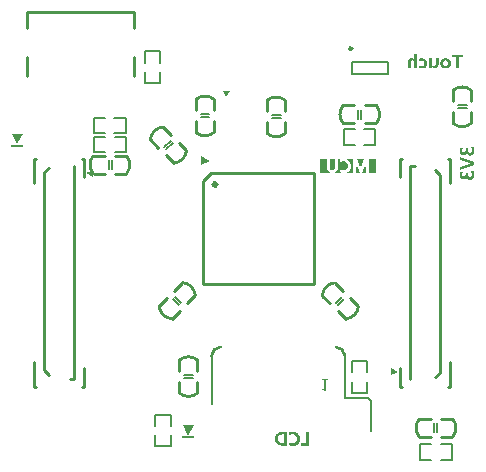
<source format=gbo>
G04*
G04 #@! TF.GenerationSoftware,Altium Limited,Altium Designer,22.0.2 (36)*
G04*
G04 Layer_Color=32896*
%FSLAX25Y25*%
%MOIN*%
G70*
G04*
G04 #@! TF.SameCoordinates,A8AB103B-E7CB-45E0-896D-D1B8D88E5F6C*
G04*
G04*
G04 #@! TF.FilePolarity,Positive*
G04*
G01*
G75*
%ADD10C,0.01000*%
%ADD13C,0.00500*%
%ADD14C,0.00787*%
%ADD16C,0.00800*%
%ADD76C,0.00984*%
%ADD77C,0.01575*%
%ADD78R,0.03937X0.00787*%
G36*
X381469Y266882D02*
X377532D01*
X379500Y263339D01*
X381469Y266882D01*
D02*
G37*
G36*
X324468Y364055D02*
X320532D01*
X322500Y360512D01*
X324468Y364055D01*
D02*
G37*
G36*
X347760Y352036D02*
X347760Y349674D01*
X345398Y350855D01*
X347760Y352036D01*
D02*
G37*
G36*
X446972Y283531D02*
Y285893D01*
X449334Y284712D01*
X446972Y283531D01*
D02*
G37*
G36*
X386552Y355086D02*
X383796Y353708D01*
Y356464D01*
X386552Y355086D01*
D02*
G37*
G36*
X393245Y378273D02*
X390883Y378273D01*
X392064Y376304D01*
X393245Y378273D01*
D02*
G37*
G36*
X441900Y351000D02*
X433634D01*
D01*
X431429D01*
X431481Y351007D01*
X431555D01*
X431644Y351022D01*
X431747Y351030D01*
X431858Y351052D01*
X431977Y351074D01*
X432110Y351111D01*
X432243Y351148D01*
X432376Y351200D01*
X432517Y351259D01*
X432650Y351333D01*
X432783Y351414D01*
X432909Y351503D01*
X433027Y351614D01*
X433035Y351622D01*
X433050Y351644D01*
X433087Y351681D01*
X433124Y351725D01*
X433168Y351792D01*
X433220Y351866D01*
X433272Y351947D01*
X433331Y352051D01*
X433390Y352162D01*
X433442Y352288D01*
X433494Y352421D01*
X433538Y352569D01*
X433575Y352724D01*
X433605Y352894D01*
X433627Y353072D01*
X433634Y353257D01*
Y352769D01*
Y353309D01*
X433627Y353361D01*
Y353435D01*
X433612Y353531D01*
X433597Y353634D01*
X433575Y353760D01*
X433545Y353886D01*
X433516Y354027D01*
X433471Y354167D01*
X433412Y354315D01*
X433346Y354463D01*
X433272Y354611D01*
X433175Y354759D01*
X433072Y354900D01*
X432953Y355033D01*
X432946Y355040D01*
X432924Y355063D01*
X432887Y355100D01*
X432828Y355144D01*
X432761Y355196D01*
X432680Y355255D01*
X432583Y355314D01*
X432480Y355381D01*
X432361Y355447D01*
X432228Y355507D01*
X432080Y355566D01*
X431925Y355618D01*
X431762Y355662D01*
X431584Y355699D01*
X431399Y355721D01*
X431200Y355729D01*
X433634D01*
X430082D01*
X431089D01*
X431029Y355721D01*
X430963D01*
X430889Y355714D01*
X430807Y355706D01*
X430637Y355684D01*
X430445Y355655D01*
X430260Y355610D01*
X430082Y355551D01*
Y354611D01*
X430090D01*
X430104Y354626D01*
X430127Y354633D01*
X430164Y354656D01*
X430208Y354670D01*
X430260Y354693D01*
X430319Y354722D01*
X430386Y354744D01*
X430541Y354796D01*
X430719Y354833D01*
X430918Y354863D01*
X431133Y354878D01*
X431200D01*
X431244Y354870D01*
X431303Y354863D01*
X431370Y354855D01*
X431444Y354841D01*
X431518Y354826D01*
X431688Y354774D01*
X431777Y354737D01*
X431873Y354700D01*
X431962Y354648D01*
X432043Y354589D01*
X432125Y354522D01*
X432206Y354448D01*
X432213Y354441D01*
X432221Y354426D01*
X432243Y354404D01*
X432265Y354374D01*
X432295Y354330D01*
X432332Y354278D01*
X432369Y354219D01*
X432406Y354152D01*
X432443Y354071D01*
X432480Y353990D01*
X432509Y353901D01*
X432546Y353797D01*
X432591Y353583D01*
X432598Y353457D01*
X432606Y353331D01*
Y353324D01*
Y353301D01*
Y353264D01*
X432598Y353220D01*
X432591Y353161D01*
X432583Y353094D01*
X432576Y353020D01*
X432561Y352946D01*
X432517Y352769D01*
X432443Y352591D01*
X432406Y352495D01*
X432354Y352406D01*
X432295Y352325D01*
X432228Y352243D01*
X432221Y352236D01*
X432213Y352228D01*
X432191Y352206D01*
X432154Y352177D01*
X432117Y352147D01*
X432073Y352117D01*
X432014Y352080D01*
X431954Y352043D01*
X431880Y351999D01*
X431806Y351962D01*
X431629Y351903D01*
X431422Y351851D01*
X431311Y351844D01*
X431192Y351836D01*
X431133D01*
X431089Y351844D01*
X431037D01*
X430970Y351851D01*
X430904Y351858D01*
X430822Y351873D01*
X430652Y351910D01*
X430467Y351962D01*
X430275Y352036D01*
X430082Y352132D01*
Y354167D01*
Y351237D01*
X430090D01*
X430104Y351229D01*
X430134Y351215D01*
X430171Y351200D01*
X430223Y351185D01*
X430282Y351163D01*
X430349Y351141D01*
X430430Y351118D01*
X430519Y351096D01*
X430615Y351074D01*
X430726Y351052D01*
X430837Y351037D01*
X430963Y351022D01*
X431096Y351007D01*
X431237Y351000D01*
X430082D01*
D01*
X429313D01*
D01*
X427522D01*
X427559Y351007D01*
X427596D01*
X427648Y351015D01*
X427766Y351030D01*
X427899Y351059D01*
X428055Y351104D01*
X428225Y351163D01*
X428395Y351252D01*
X428565Y351355D01*
X428728Y351481D01*
X428809Y351562D01*
X428883Y351644D01*
X428957Y351740D01*
X429024Y351836D01*
X429091Y351947D01*
X429142Y352066D01*
X429194Y352191D01*
X429231Y352332D01*
X429268Y352480D01*
X429290Y352635D01*
X429305Y352806D01*
X429313Y352983D01*
Y355647D01*
X425576D01*
Y351000D01*
X423289D01*
Y355729D01*
X441900D01*
Y351000D01*
D02*
G37*
G36*
X428336Y352983D02*
Y352968D01*
Y352931D01*
X428328Y352880D01*
X428321Y352806D01*
X428306Y352717D01*
X428291Y352621D01*
X428262Y352517D01*
X428225Y352413D01*
X428173Y352302D01*
X428114Y352199D01*
X428040Y352103D01*
X427951Y352014D01*
X427855Y351940D01*
X427729Y351888D01*
X427588Y351851D01*
X427433Y351836D01*
X427396D01*
X427352Y351844D01*
X427292Y351851D01*
X427226Y351873D01*
X427152Y351895D01*
X427078Y351932D01*
X426989Y351977D01*
X426908Y352036D01*
X426834Y352103D01*
X426760Y352191D01*
X426693Y352302D01*
X426634Y352428D01*
X426589Y352576D01*
X426560Y352746D01*
X426552Y352939D01*
Y355647D01*
X428336D01*
Y352983D01*
D02*
G37*
G36*
X425583Y352909D02*
X425590Y352857D01*
X425598Y352791D01*
X425605Y352724D01*
X425635Y352569D01*
X425679Y352399D01*
X425731Y352214D01*
X425812Y352021D01*
X425916Y351829D01*
X426042Y351644D01*
X426116Y351555D01*
X426190Y351474D01*
X426279Y351392D01*
X426375Y351318D01*
X426486Y351252D01*
X426597Y351192D01*
X426715Y351133D01*
X426848Y351089D01*
X426989Y351052D01*
X427144Y351022D01*
X427307Y351007D01*
X427477Y351000D01*
X425576D01*
Y352954D01*
X425583Y352909D01*
D02*
G37*
G36*
X414446Y264721D02*
X414631Y264699D01*
X414809Y264662D01*
X414971Y264618D01*
X415127Y264566D01*
X415275Y264507D01*
X415408Y264447D01*
X415526Y264381D01*
X415630Y264314D01*
X415726Y264255D01*
X415808Y264196D01*
X415874Y264144D01*
X415933Y264100D01*
X415970Y264063D01*
X415993Y264040D01*
X416000Y264033D01*
X416118Y263900D01*
X416222Y263759D01*
X416318Y263611D01*
X416392Y263463D01*
X416459Y263315D01*
X416518Y263167D01*
X416562Y263027D01*
X416592Y262886D01*
X416622Y262760D01*
X416644Y262634D01*
X416659Y262531D01*
X416673Y262435D01*
Y262361D01*
X416681Y262309D01*
Y262272D01*
Y262257D01*
X416673Y262072D01*
X416651Y261894D01*
X416622Y261724D01*
X416585Y261569D01*
X416540Y261421D01*
X416488Y261288D01*
X416437Y261162D01*
X416377Y261051D01*
X416318Y260947D01*
X416266Y260866D01*
X416215Y260792D01*
X416170Y260725D01*
X416133Y260681D01*
X416096Y260644D01*
X416081Y260622D01*
X416074Y260614D01*
X415956Y260503D01*
X415830Y260414D01*
X415697Y260333D01*
X415563Y260259D01*
X415423Y260200D01*
X415290Y260148D01*
X415156Y260111D01*
X415023Y260074D01*
X414905Y260052D01*
X414794Y260030D01*
X414690Y260022D01*
X414601Y260007D01*
X414527D01*
X414476Y260000D01*
X414283D01*
X414143Y260007D01*
X414009Y260022D01*
X413884Y260037D01*
X413773Y260052D01*
X413662Y260074D01*
X413565Y260096D01*
X413477Y260118D01*
X413395Y260141D01*
X413329Y260163D01*
X413269Y260185D01*
X413218Y260200D01*
X413181Y260215D01*
X413151Y260229D01*
X413136Y260237D01*
X413129D01*
Y261132D01*
X413321Y261036D01*
X413514Y260962D01*
X413699Y260910D01*
X413869Y260873D01*
X413950Y260858D01*
X414017Y260851D01*
X414083Y260844D01*
X414135D01*
X414180Y260836D01*
X414239D01*
X414357Y260844D01*
X414468Y260851D01*
X414675Y260903D01*
X414853Y260962D01*
X414927Y260999D01*
X415001Y261043D01*
X415060Y261080D01*
X415119Y261117D01*
X415164Y261147D01*
X415201Y261177D01*
X415238Y261206D01*
X415260Y261228D01*
X415267Y261236D01*
X415275Y261243D01*
X415341Y261325D01*
X415401Y261406D01*
X415452Y261495D01*
X415489Y261591D01*
X415563Y261769D01*
X415608Y261946D01*
X415623Y262020D01*
X415630Y262094D01*
X415637Y262161D01*
X415645Y262220D01*
X415652Y262264D01*
Y262301D01*
Y262324D01*
Y262331D01*
X415645Y262457D01*
X415637Y262583D01*
X415593Y262797D01*
X415556Y262901D01*
X415526Y262990D01*
X415489Y263071D01*
X415452Y263152D01*
X415415Y263219D01*
X415378Y263278D01*
X415341Y263330D01*
X415312Y263374D01*
X415290Y263404D01*
X415267Y263426D01*
X415260Y263441D01*
X415253Y263448D01*
X415171Y263522D01*
X415090Y263589D01*
X415008Y263648D01*
X414920Y263700D01*
X414823Y263737D01*
X414735Y263774D01*
X414564Y263826D01*
X414490Y263841D01*
X414416Y263855D01*
X414350Y263863D01*
X414291Y263870D01*
X414246Y263878D01*
X414180D01*
X413965Y263863D01*
X413765Y263833D01*
X413588Y263796D01*
X413432Y263744D01*
X413366Y263722D01*
X413306Y263693D01*
X413255Y263670D01*
X413210Y263656D01*
X413173Y263633D01*
X413151Y263626D01*
X413136Y263611D01*
X413129D01*
Y264551D01*
X413306Y264610D01*
X413491Y264655D01*
X413684Y264684D01*
X413854Y264706D01*
X413935Y264714D01*
X414009Y264721D01*
X414076D01*
X414135Y264729D01*
X414246D01*
X414446Y264721D01*
D02*
G37*
G36*
X419700Y260074D02*
X417014D01*
Y260866D01*
X418723D01*
Y264647D01*
X419700D01*
Y260074D01*
D02*
G37*
G36*
X412315D02*
X410739D01*
X410539Y260081D01*
X410354Y260104D01*
X410176Y260133D01*
X410006Y260170D01*
X409851Y260222D01*
X409710Y260274D01*
X409577Y260333D01*
X409451Y260392D01*
X409347Y260451D01*
X409251Y260511D01*
X409170Y260562D01*
X409103Y260614D01*
X409044Y260651D01*
X409007Y260681D01*
X408985Y260703D01*
X408977Y260710D01*
X408859Y260836D01*
X408755Y260969D01*
X408659Y261110D01*
X408585Y261251D01*
X408519Y261391D01*
X408459Y261532D01*
X408415Y261672D01*
X408378Y261806D01*
X408356Y261931D01*
X408334Y262050D01*
X408319Y262153D01*
X408304Y262242D01*
Y262316D01*
X408297Y262375D01*
Y262405D01*
Y262420D01*
X408304Y262620D01*
X408326Y262812D01*
X408356Y262990D01*
X408400Y263152D01*
X408459Y263308D01*
X408519Y263456D01*
X408593Y263589D01*
X408674Y263707D01*
X408763Y263818D01*
X408859Y263922D01*
X408963Y264018D01*
X409066Y264107D01*
X409177Y264181D01*
X409288Y264248D01*
X409510Y264366D01*
X409740Y264462D01*
X409962Y264529D01*
X410169Y264581D01*
X410354Y264610D01*
X410435Y264625D01*
X410509Y264632D01*
X410568Y264640D01*
X410628D01*
X410672Y264647D01*
X412315D01*
Y260074D01*
D02*
G37*
G36*
X474584Y359456D02*
X474636Y359271D01*
X474681Y359078D01*
X474703Y358901D01*
X474710Y358812D01*
X474718Y358738D01*
X474725Y358671D01*
Y358612D01*
X474732Y358560D01*
Y358494D01*
X474725Y358346D01*
X474718Y358213D01*
X474695Y358079D01*
X474673Y357961D01*
X474651Y357843D01*
X474614Y357739D01*
X474584Y357643D01*
X474547Y357554D01*
X474518Y357480D01*
X474481Y357413D01*
X474451Y357354D01*
X474429Y357310D01*
X474399Y357273D01*
X474384Y357243D01*
X474377Y357228D01*
X474370Y357221D01*
X474296Y357140D01*
X474222Y357066D01*
X474140Y356999D01*
X474059Y356940D01*
X473970Y356895D01*
X473889Y356858D01*
X473726Y356799D01*
X473578Y356762D01*
X473519Y356755D01*
X473459Y356747D01*
X473415Y356740D01*
X473385D01*
X473363D01*
X473356D01*
X473201Y356755D01*
X473060Y356784D01*
X472934Y356829D01*
X472830Y356881D01*
X472749Y356940D01*
X472683Y356984D01*
X472646Y357014D01*
X472631Y357029D01*
X472527Y357147D01*
X472453Y357273D01*
X472394Y357399D01*
X472342Y357517D01*
X472312Y357628D01*
X472298Y357709D01*
X472290Y357746D01*
X472283Y357769D01*
Y357791D01*
X472268D01*
X472216Y357628D01*
X472150Y357487D01*
X472076Y357369D01*
X471994Y357265D01*
X471906Y357177D01*
X471809Y357103D01*
X471713Y357043D01*
X471617Y356992D01*
X471521Y356955D01*
X471432Y356925D01*
X471350Y356910D01*
X471284Y356895D01*
X471217Y356888D01*
X471173Y356881D01*
X471143D01*
X471136D01*
X471040Y356888D01*
X470943Y356895D01*
X470781Y356947D01*
X470640Y357006D01*
X470522Y357080D01*
X470426Y357162D01*
X470359Y357221D01*
X470322Y357273D01*
X470307Y357280D01*
Y357288D01*
X470203Y357450D01*
X470129Y357628D01*
X470078Y357798D01*
X470041Y357968D01*
X470018Y358116D01*
X470011Y358183D01*
Y358235D01*
X470004Y358279D01*
Y358346D01*
X470011Y358575D01*
X470041Y358790D01*
X470085Y358975D01*
X470107Y359064D01*
X470129Y359138D01*
X470152Y359212D01*
X470174Y359271D01*
X470196Y359330D01*
X470218Y359374D01*
X470233Y359404D01*
X470248Y359434D01*
X470255Y359448D01*
Y359456D01*
X471040D01*
X470936Y359293D01*
X470862Y359138D01*
X470810Y358982D01*
X470773Y358849D01*
X470751Y358731D01*
X470744Y358679D01*
Y358642D01*
X470736Y358605D01*
Y358560D01*
X470744Y358435D01*
X470758Y358331D01*
X470788Y358235D01*
X470825Y358153D01*
X470877Y358087D01*
X470921Y358028D01*
X470981Y357983D01*
X471032Y357946D01*
X471084Y357917D01*
X471143Y357894D01*
X471232Y357865D01*
X471277D01*
X471306Y357857D01*
X471321D01*
X471328D01*
X471439Y357865D01*
X471528Y357894D01*
X471609Y357939D01*
X471684Y357998D01*
X471743Y358072D01*
X471795Y358146D01*
X471832Y358227D01*
X471869Y358316D01*
X471913Y358486D01*
X471920Y358560D01*
X471935Y358634D01*
Y358694D01*
X471943Y358738D01*
Y359152D01*
X472683D01*
Y358745D01*
X472690Y358575D01*
X472712Y358420D01*
X472734Y358294D01*
X472764Y358183D01*
X472801Y358102D01*
X472823Y358042D01*
X472845Y358005D01*
X472853Y357991D01*
X472919Y357902D01*
X473001Y357835D01*
X473082Y357783D01*
X473164Y357754D01*
X473238Y357732D01*
X473297Y357724D01*
X473334Y357717D01*
X473341D01*
X473349D01*
X473459Y357724D01*
X473556Y357754D01*
X473644Y357791D01*
X473711Y357828D01*
X473763Y357872D01*
X473807Y357909D01*
X473830Y357939D01*
X473837Y357946D01*
X473896Y358035D01*
X473933Y358139D01*
X473963Y358235D01*
X473985Y358338D01*
X474000Y358427D01*
X474007Y358494D01*
Y358560D01*
X474000Y358671D01*
X473992Y358782D01*
X473955Y358982D01*
X473896Y359167D01*
X473837Y359323D01*
X473807Y359389D01*
X473778Y359448D01*
X473748Y359500D01*
X473719Y359545D01*
X473696Y359582D01*
X473681Y359604D01*
X473667Y359619D01*
Y359626D01*
X474510D01*
X474584Y359456D01*
D02*
G37*
G36*
X474658Y354764D02*
Y353662D01*
X470085Y352071D01*
Y353092D01*
X473312Y354083D01*
X473489Y354128D01*
X473563Y354143D01*
X473630Y354157D01*
X473689Y354165D01*
X473733Y354172D01*
X473763Y354180D01*
X473770D01*
Y354202D01*
X473615Y354224D01*
X473533Y354239D01*
X473467Y354254D01*
X473408Y354268D01*
X473363Y354276D01*
X473326Y354291D01*
X473319D01*
X470085Y355282D01*
Y356333D01*
X474658Y354764D01*
D02*
G37*
G36*
X474584Y351397D02*
X474636Y351212D01*
X474681Y351020D01*
X474703Y350842D01*
X474710Y350753D01*
X474718Y350679D01*
X474725Y350613D01*
Y350554D01*
X474732Y350502D01*
Y350435D01*
X474725Y350287D01*
X474718Y350154D01*
X474695Y350021D01*
X474673Y349902D01*
X474651Y349784D01*
X474614Y349680D01*
X474584Y349584D01*
X474547Y349495D01*
X474518Y349421D01*
X474481Y349355D01*
X474451Y349296D01*
X474429Y349251D01*
X474399Y349214D01*
X474384Y349185D01*
X474377Y349170D01*
X474370Y349162D01*
X474296Y349081D01*
X474222Y349007D01*
X474140Y348940D01*
X474059Y348881D01*
X473970Y348837D01*
X473889Y348800D01*
X473726Y348741D01*
X473578Y348704D01*
X473519Y348696D01*
X473459Y348689D01*
X473415Y348681D01*
X473385D01*
X473363D01*
X473356D01*
X473201Y348696D01*
X473060Y348726D01*
X472934Y348770D01*
X472830Y348822D01*
X472749Y348881D01*
X472683Y348926D01*
X472646Y348955D01*
X472631Y348970D01*
X472527Y349088D01*
X472453Y349214D01*
X472394Y349340D01*
X472342Y349458D01*
X472312Y349569D01*
X472298Y349651D01*
X472290Y349688D01*
X472283Y349710D01*
Y349732D01*
X472268D01*
X472216Y349569D01*
X472150Y349429D01*
X472076Y349310D01*
X471994Y349207D01*
X471906Y349118D01*
X471809Y349044D01*
X471713Y348985D01*
X471617Y348933D01*
X471521Y348896D01*
X471432Y348866D01*
X471350Y348852D01*
X471284Y348837D01*
X471217Y348829D01*
X471173Y348822D01*
X471143D01*
X471136D01*
X471040Y348829D01*
X470943Y348837D01*
X470781Y348889D01*
X470640Y348948D01*
X470522Y349022D01*
X470426Y349103D01*
X470359Y349162D01*
X470322Y349214D01*
X470307Y349222D01*
Y349229D01*
X470203Y349392D01*
X470129Y349569D01*
X470078Y349740D01*
X470041Y349910D01*
X470018Y350058D01*
X470011Y350124D01*
Y350176D01*
X470004Y350221D01*
Y350287D01*
X470011Y350517D01*
X470041Y350731D01*
X470085Y350916D01*
X470107Y351005D01*
X470129Y351079D01*
X470152Y351153D01*
X470174Y351212D01*
X470196Y351271D01*
X470218Y351316D01*
X470233Y351345D01*
X470248Y351375D01*
X470255Y351390D01*
Y351397D01*
X471040D01*
X470936Y351234D01*
X470862Y351079D01*
X470810Y350924D01*
X470773Y350790D01*
X470751Y350672D01*
X470744Y350620D01*
Y350583D01*
X470736Y350546D01*
Y350502D01*
X470744Y350376D01*
X470758Y350272D01*
X470788Y350176D01*
X470825Y350095D01*
X470877Y350028D01*
X470921Y349969D01*
X470981Y349925D01*
X471032Y349888D01*
X471084Y349858D01*
X471143Y349836D01*
X471232Y349806D01*
X471277D01*
X471306Y349799D01*
X471321D01*
X471328D01*
X471439Y349806D01*
X471528Y349836D01*
X471609Y349880D01*
X471684Y349939D01*
X471743Y350013D01*
X471795Y350087D01*
X471832Y350169D01*
X471869Y350258D01*
X471913Y350428D01*
X471920Y350502D01*
X471935Y350576D01*
Y350635D01*
X471943Y350679D01*
Y351094D01*
X472683D01*
Y350687D01*
X472690Y350517D01*
X472712Y350361D01*
X472734Y350235D01*
X472764Y350124D01*
X472801Y350043D01*
X472823Y349984D01*
X472845Y349947D01*
X472853Y349932D01*
X472919Y349843D01*
X473001Y349777D01*
X473082Y349725D01*
X473164Y349695D01*
X473238Y349673D01*
X473297Y349666D01*
X473334Y349658D01*
X473341D01*
X473349D01*
X473459Y349666D01*
X473556Y349695D01*
X473644Y349732D01*
X473711Y349769D01*
X473763Y349814D01*
X473807Y349851D01*
X473830Y349880D01*
X473837Y349888D01*
X473896Y349976D01*
X473933Y350080D01*
X473963Y350176D01*
X473985Y350280D01*
X474000Y350369D01*
X474007Y350435D01*
Y350502D01*
X474000Y350613D01*
X473992Y350724D01*
X473955Y350924D01*
X473896Y351109D01*
X473837Y351264D01*
X473807Y351331D01*
X473778Y351390D01*
X473748Y351442D01*
X473719Y351486D01*
X473696Y351523D01*
X473681Y351545D01*
X473667Y351560D01*
Y351567D01*
X474510D01*
X474584Y351397D01*
D02*
G37*
G36*
X455745Y385874D02*
X454790D01*
Y387731D01*
X454783Y387850D01*
X454761Y387953D01*
X454731Y388050D01*
X454701Y388124D01*
X454672Y388190D01*
X454642Y388235D01*
X454620Y388264D01*
X454613Y388272D01*
X454539Y388346D01*
X454465Y388397D01*
X454383Y388434D01*
X454317Y388457D01*
X454250Y388479D01*
X454198Y388486D01*
X454154D01*
X454058Y388479D01*
X453976Y388457D01*
X453902Y388420D01*
X453836Y388368D01*
X453784Y388309D01*
X453739Y388249D01*
X453702Y388183D01*
X453673Y388109D01*
X453636Y387968D01*
X453621Y387909D01*
X453614Y387850D01*
X453606Y387798D01*
Y387761D01*
Y387739D01*
Y387731D01*
Y385874D01*
X452652D01*
Y387879D01*
Y387998D01*
X452666Y388116D01*
X452696Y388323D01*
X452755Y388501D01*
X452829Y388656D01*
X452911Y388782D01*
X453007Y388893D01*
X453103Y388982D01*
X453207Y389049D01*
X453318Y389108D01*
X453414Y389145D01*
X453510Y389182D01*
X453591Y389197D01*
X453665Y389211D01*
X453717Y389219D01*
X453769D01*
X453887Y389211D01*
X453991Y389197D01*
X454095Y389167D01*
X454191Y389130D01*
X454361Y389041D01*
X454509Y388938D01*
X454568Y388878D01*
X454620Y388827D01*
X454672Y388782D01*
X454709Y388738D01*
X454738Y388701D01*
X454761Y388671D01*
X454768Y388656D01*
X454775Y388649D01*
X454790D01*
Y390706D01*
X455745D01*
Y385874D01*
D02*
G37*
G36*
X462849Y387169D02*
Y387043D01*
X462834Y386925D01*
X462819Y386821D01*
X462797Y386718D01*
X462745Y386533D01*
X462671Y386377D01*
X462582Y386244D01*
X462486Y386133D01*
X462383Y386044D01*
X462272Y385970D01*
X462168Y385918D01*
X462064Y385874D01*
X461968Y385844D01*
X461879Y385822D01*
X461805Y385807D01*
X461754Y385800D01*
X461702D01*
X461583Y385807D01*
X461480Y385822D01*
X461376Y385852D01*
X461280Y385889D01*
X461110Y385978D01*
X460969Y386089D01*
X460903Y386140D01*
X460851Y386192D01*
X460806Y386237D01*
X460769Y386281D01*
X460740Y386318D01*
X460718Y386348D01*
X460710Y386362D01*
X460703Y386370D01*
X460688D01*
Y385874D01*
X459741D01*
Y389137D01*
X460688D01*
Y387265D01*
X460695Y387147D01*
X460718Y387036D01*
X460740Y386947D01*
X460769Y386866D01*
X460806Y386806D01*
X460829Y386762D01*
X460851Y386732D01*
X460858Y386725D01*
X460925Y386658D01*
X460999Y386607D01*
X461080Y386577D01*
X461154Y386547D01*
X461213Y386533D01*
X461273Y386525D01*
X461317D01*
X461421Y386533D01*
X461509Y386555D01*
X461583Y386592D01*
X461650Y386644D01*
X461709Y386695D01*
X461754Y386755D01*
X461791Y386821D01*
X461820Y386895D01*
X461865Y387028D01*
X461879Y387088D01*
X461887Y387147D01*
Y387191D01*
X461894Y387228D01*
Y387250D01*
Y387258D01*
Y389137D01*
X462849D01*
Y387169D01*
D02*
G37*
G36*
X457395Y389211D02*
X457543Y389197D01*
X457676Y389174D01*
X457802Y389145D01*
X457920Y389108D01*
X458031Y389063D01*
X458128Y389026D01*
X458216Y388982D01*
X458298Y388930D01*
X458372Y388893D01*
X458431Y388849D01*
X458483Y388812D01*
X458520Y388782D01*
X458549Y388760D01*
X458564Y388745D01*
X458572Y388738D01*
X458660Y388642D01*
X458734Y388545D01*
X458801Y388442D01*
X458860Y388331D01*
X458905Y388220D01*
X458949Y388109D01*
X459008Y387902D01*
X459023Y387805D01*
X459038Y387717D01*
X459053Y387635D01*
X459060Y387569D01*
X459067Y387509D01*
Y387465D01*
Y387435D01*
Y387428D01*
X459060Y387295D01*
X459045Y387169D01*
X459023Y387051D01*
X458993Y386940D01*
X458964Y386836D01*
X458919Y386740D01*
X458882Y386651D01*
X458838Y386570D01*
X458794Y386496D01*
X458757Y386436D01*
X458712Y386377D01*
X458683Y386333D01*
X458653Y386296D01*
X458631Y386274D01*
X458616Y386259D01*
X458609Y386251D01*
X458520Y386170D01*
X458424Y386103D01*
X458327Y386044D01*
X458224Y385992D01*
X458120Y385948D01*
X458024Y385911D01*
X457832Y385859D01*
X457743Y385837D01*
X457661Y385822D01*
X457587Y385815D01*
X457521Y385807D01*
X457469Y385800D01*
X457395D01*
X457173Y385807D01*
X456981Y385830D01*
X456810Y385859D01*
X456677Y385896D01*
X456618Y385911D01*
X456566Y385933D01*
X456522Y385948D01*
X456485Y385963D01*
X456463Y385978D01*
X456440Y385985D01*
X456433Y385992D01*
X456426D01*
Y386769D01*
X456559Y386688D01*
X456692Y386629D01*
X456818Y386584D01*
X456929Y386555D01*
X457025Y386540D01*
X457099Y386533D01*
X457129Y386525D01*
X457166D01*
X457321Y386540D01*
X457454Y386570D01*
X457573Y386607D01*
X457676Y386658D01*
X457750Y386703D01*
X457809Y386747D01*
X457839Y386777D01*
X457854Y386784D01*
X457935Y386888D01*
X458002Y387006D01*
X458046Y387117D01*
X458076Y387236D01*
X458091Y387332D01*
X458098Y387413D01*
X458105Y387443D01*
Y387465D01*
Y387480D01*
Y387487D01*
X458091Y387650D01*
X458061Y387798D01*
X458024Y387924D01*
X457972Y388027D01*
X457920Y388109D01*
X457883Y388168D01*
X457854Y388205D01*
X457839Y388220D01*
X457735Y388309D01*
X457617Y388375D01*
X457499Y388420D01*
X457388Y388457D01*
X457291Y388471D01*
X457210Y388479D01*
X457180Y388486D01*
X457136D01*
X456995Y388479D01*
X456862Y388449D01*
X456736Y388412D01*
X456633Y388368D01*
X456544Y388323D01*
X456477Y388286D01*
X456433Y388257D01*
X456418Y388249D01*
Y389063D01*
X456529Y389115D01*
X456662Y389152D01*
X456803Y389182D01*
X456936Y389197D01*
X457055Y389211D01*
X457106D01*
X457158Y389219D01*
X457247D01*
X457395Y389211D01*
D02*
G37*
G36*
X470900Y389648D02*
X469598D01*
Y385874D01*
X468621D01*
Y389648D01*
X467311D01*
Y390447D01*
X470900D01*
Y389648D01*
D02*
G37*
G36*
X465335Y389211D02*
X465476Y389197D01*
X465609Y389174D01*
X465735Y389145D01*
X465853Y389108D01*
X465957Y389071D01*
X466060Y389026D01*
X466149Y388989D01*
X466223Y388945D01*
X466297Y388901D01*
X466356Y388864D01*
X466401Y388827D01*
X466438Y388797D01*
X466467Y388775D01*
X466482Y388760D01*
X466490Y388753D01*
X466571Y388664D01*
X466645Y388568D01*
X466712Y388464D01*
X466771Y388360D01*
X466815Y388257D01*
X466852Y388153D01*
X466911Y387946D01*
X466934Y387857D01*
X466948Y387768D01*
X466956Y387687D01*
X466963Y387620D01*
X466971Y387561D01*
Y387524D01*
Y387495D01*
Y387487D01*
X466963Y387347D01*
X466948Y387206D01*
X466926Y387080D01*
X466897Y386962D01*
X466860Y386851D01*
X466823Y386755D01*
X466778Y386658D01*
X466734Y386577D01*
X466697Y386503D01*
X466652Y386436D01*
X466615Y386377D01*
X466578Y386333D01*
X466549Y386296D01*
X466527Y386274D01*
X466512Y386259D01*
X466504Y386251D01*
X466416Y386170D01*
X466319Y386103D01*
X466216Y386044D01*
X466112Y385992D01*
X466001Y385948D01*
X465898Y385911D01*
X465698Y385859D01*
X465602Y385837D01*
X465513Y385822D01*
X465439Y385815D01*
X465372Y385807D01*
X465313Y385800D01*
X465239D01*
X465091Y385807D01*
X464950Y385822D01*
X464817Y385844D01*
X464691Y385874D01*
X464580Y385911D01*
X464477Y385948D01*
X464381Y385992D01*
X464292Y386037D01*
X464210Y386074D01*
X464144Y386118D01*
X464085Y386155D01*
X464040Y386192D01*
X464003Y386222D01*
X463974Y386244D01*
X463959Y386259D01*
X463951Y386266D01*
X463870Y386362D01*
X463796Y386459D01*
X463729Y386562D01*
X463670Y386666D01*
X463626Y386777D01*
X463589Y386880D01*
X463530Y387088D01*
X463507Y387176D01*
X463493Y387265D01*
X463485Y387347D01*
X463478Y387413D01*
X463470Y387472D01*
Y387509D01*
Y387539D01*
Y387546D01*
X463478Y387687D01*
X463493Y387820D01*
X463515Y387939D01*
X463544Y388057D01*
X463581Y388168D01*
X463618Y388264D01*
X463663Y388360D01*
X463700Y388442D01*
X463744Y388516D01*
X463789Y388575D01*
X463826Y388634D01*
X463863Y388679D01*
X463892Y388716D01*
X463914Y388738D01*
X463929Y388753D01*
X463937Y388760D01*
X464025Y388841D01*
X464122Y388908D01*
X464225Y388975D01*
X464329Y389026D01*
X464432Y389071D01*
X464536Y389108D01*
X464736Y389160D01*
X464832Y389182D01*
X464913Y389197D01*
X464987Y389204D01*
X465054Y389211D01*
X465113Y389219D01*
X465187D01*
X465335Y389211D01*
D02*
G37*
G36*
X425862Y282077D02*
X425573D01*
X425507Y282071D01*
X425451Y282066D01*
X425407Y282055D01*
X425368Y282038D01*
X425335Y282027D01*
X425312Y282016D01*
X425301Y282010D01*
X425296Y282005D01*
X425262Y281972D01*
X425240Y281933D01*
X425224Y281894D01*
X425212Y281855D01*
X425207Y281822D01*
X425201Y281794D01*
Y281772D01*
Y281766D01*
Y278225D01*
X425007D01*
X424968Y278297D01*
X424924Y278359D01*
X424885Y278408D01*
X424841Y278447D01*
X424807Y278475D01*
X424780Y278497D01*
X424757Y278508D01*
X424752Y278514D01*
X424691Y278542D01*
X424624Y278558D01*
X424552Y278575D01*
X424485Y278580D01*
X424424Y278586D01*
X424380Y278592D01*
X424069D01*
Y278847D01*
X424541D01*
X424597Y278852D01*
X424641Y278869D01*
X424663Y278886D01*
X424669Y278891D01*
X424696Y278925D01*
X424707Y278958D01*
X424713Y278986D01*
Y278991D01*
Y278997D01*
Y281766D01*
X424707Y281822D01*
X424702Y281872D01*
X424685Y281910D01*
X424669Y281944D01*
X424652Y281972D01*
X424641Y281988D01*
X424630Y281999D01*
X424624Y282005D01*
X424585Y282027D01*
X424546Y282044D01*
X424447Y282066D01*
X424408Y282071D01*
X424369Y282077D01*
X424069D01*
Y282332D01*
X425862D01*
Y282077D01*
D02*
G37*
%LPC*%
G36*
X439569Y355647D02*
X438148D01*
X437164Y352880D01*
X437157Y352865D01*
X437142Y352820D01*
X437120Y352754D01*
X437097Y352672D01*
X437068Y352576D01*
X437038Y352465D01*
X437016Y352354D01*
X436994Y352236D01*
X436972D01*
Y352243D01*
X436964Y352251D01*
Y352273D01*
X436957Y352302D01*
X436935Y352369D01*
X436912Y352458D01*
X436890Y352561D01*
X436853Y352672D01*
X436824Y352783D01*
X436787Y352887D01*
X435795Y355647D01*
X434411D01*
Y351074D01*
X435381D01*
Y353849D01*
Y353856D01*
Y353864D01*
Y353886D01*
Y353916D01*
Y353960D01*
Y354004D01*
X435373Y354115D01*
Y354256D01*
X435358Y354419D01*
X435351Y354611D01*
X435336Y354818D01*
X435366D01*
Y354811D01*
Y354796D01*
X435373Y354774D01*
X435381Y354744D01*
X435395Y354670D01*
X435418Y354582D01*
X435440Y354478D01*
X435462Y354382D01*
X435484Y354293D01*
X435506Y354226D01*
X436631Y351074D01*
X437408D01*
X438555Y354197D01*
Y354204D01*
X438563Y354219D01*
X438577Y354256D01*
X438592Y354315D01*
X438607Y354397D01*
X438622Y354448D01*
X438637Y354508D01*
X438651Y354574D01*
X438666Y354648D01*
X438681Y354730D01*
X438703Y354818D01*
X438725D01*
Y354811D01*
Y354796D01*
Y354759D01*
X438718Y354722D01*
Y354670D01*
X438711Y354604D01*
Y354537D01*
X438703Y354456D01*
Y354278D01*
X438696Y354086D01*
X438688Y353871D01*
Y353657D01*
Y351074D01*
X439569D01*
Y355647D01*
D02*
G37*
G36*
X411338Y263848D02*
X410813D01*
X410687Y263841D01*
X410576Y263833D01*
X410361Y263789D01*
X410176Y263730D01*
X410095Y263693D01*
X410021Y263656D01*
X409954Y263619D01*
X409895Y263582D01*
X409851Y263552D01*
X409806Y263522D01*
X409777Y263500D01*
X409754Y263478D01*
X409740Y263471D01*
X409732Y263463D01*
X409658Y263389D01*
X409592Y263308D01*
X409540Y263226D01*
X409495Y263138D01*
X409421Y262960D01*
X409370Y262790D01*
X409340Y262642D01*
X409333Y262575D01*
X409325Y262516D01*
X409318Y262472D01*
Y262435D01*
Y262412D01*
Y262405D01*
X409325Y262279D01*
X409333Y262153D01*
X409355Y262035D01*
X409377Y261931D01*
X409407Y261828D01*
X409444Y261739D01*
X409481Y261650D01*
X409518Y261576D01*
X409555Y261510D01*
X409592Y261450D01*
X409621Y261399D01*
X409658Y261354D01*
X409680Y261325D01*
X409703Y261302D01*
X409710Y261288D01*
X409717Y261280D01*
X409791Y261206D01*
X409880Y261147D01*
X409962Y261088D01*
X410050Y261043D01*
X410235Y260969D01*
X410406Y260918D01*
X410487Y260903D01*
X410561Y260888D01*
X410635Y260881D01*
X410687Y260873D01*
X410739Y260866D01*
X411338D01*
Y263848D01*
D02*
G37*
G36*
X465224Y388486D02*
X465209D01*
X465076Y388479D01*
X464958Y388442D01*
X464854Y388397D01*
X464765Y388338D01*
X464691Y388264D01*
X464625Y388183D01*
X464573Y388101D01*
X464536Y388013D01*
X464506Y387924D01*
X464477Y387835D01*
X464462Y387754D01*
X464455Y387680D01*
X464447Y387620D01*
X464440Y387576D01*
Y387539D01*
Y387532D01*
X464447Y387354D01*
X464469Y387199D01*
X464514Y387065D01*
X464558Y386947D01*
X464617Y386851D01*
X464684Y386769D01*
X464751Y386703D01*
X464825Y386651D01*
X464899Y386607D01*
X464965Y386577D01*
X465032Y386555D01*
X465091Y386540D01*
X465135Y386533D01*
X465172Y386525D01*
X465209D01*
X465350Y386540D01*
X465476Y386570D01*
X465579Y386614D01*
X465668Y386681D01*
X465750Y386755D01*
X465816Y386836D01*
X465868Y386925D01*
X465905Y387014D01*
X465942Y387102D01*
X465964Y387191D01*
X465986Y387273D01*
X465994Y387347D01*
X466001Y387413D01*
X466009Y387458D01*
Y387495D01*
Y387502D01*
X466001Y387665D01*
X465979Y387813D01*
X465942Y387939D01*
X465905Y388042D01*
X465868Y388124D01*
X465831Y388183D01*
X465809Y388212D01*
X465801Y388227D01*
X465713Y388316D01*
X465616Y388375D01*
X465520Y388420D01*
X465424Y388457D01*
X465343Y388471D01*
X465269Y388479D01*
X465224Y388486D01*
D02*
G37*
%LPD*%
D10*
X358900Y350800D02*
G03*
X358848Y356656I-3545J2897D01*
G01*
X347700Y356600D02*
G03*
X347752Y350744I3545J-2897D01*
G01*
X405826Y364071D02*
G03*
X411681Y364123I2897J3545D01*
G01*
X411625Y375271D02*
G03*
X405770Y375219I-2897J-3545D01*
G01*
X382100Y364400D02*
G03*
X387956Y364452I2897J3545D01*
G01*
X387900Y375600D02*
G03*
X382044Y375548I-2897J-3545D01*
G01*
X374734Y354264D02*
G03*
X378838Y358442I-458J4555D01*
G01*
X370916Y366285D02*
G03*
X366812Y362108I458J-4555D01*
G01*
X431000Y373400D02*
G03*
X431052Y367544I3545J-2897D01*
G01*
X442200Y367600D02*
G03*
X442148Y373456I-3545J2897D01*
G01*
X473632Y378626D02*
G03*
X467777Y378574I-2897J-3545D01*
G01*
X467832Y367426D02*
G03*
X473688Y367478I2897J3545D01*
G01*
X428220Y314354D02*
G03*
X424117Y310176I458J-4555D01*
G01*
X432039Y302333D02*
G03*
X436142Y306511I-458J4555D01*
G01*
X369712Y306505D02*
G03*
X373890Y302401I4555J458D01*
G01*
X381733Y310324D02*
G03*
X377556Y314427I-4555J-458D01*
G01*
X376600Y277500D02*
G03*
X382456Y277552I2897J3545D01*
G01*
X382400Y288700D02*
G03*
X376544Y288648I-2897J-3545D01*
G01*
X456400Y268900D02*
G03*
X456452Y263044I3545J-2897D01*
G01*
X467600Y263100D02*
G03*
X467548Y268956I-3545J2897D01*
G01*
X390153Y292932D02*
G03*
X387200Y289980I0J-2953D01*
G01*
X431609Y289980D02*
G03*
X428657Y292932I-2953J0D01*
G01*
X347900Y350700D02*
X351600D01*
X347800Y356700D02*
X351600D01*
X355100D02*
X358800D01*
X355100Y350700D02*
X358800D01*
X411726Y371471D02*
Y375171D01*
X405725Y371471D02*
Y375171D01*
X405725Y367971D02*
X405725Y364171D01*
X411726Y364271D02*
X411726Y367971D01*
X388000Y371800D02*
Y375500D01*
X382000Y371800D02*
Y375500D01*
X382000Y368300D02*
X382000Y364500D01*
X388000Y364600D02*
X388000Y368300D01*
X366885Y361972D02*
X369502Y359356D01*
X371057Y366285D02*
X373744Y363598D01*
X376219Y361123D02*
X378836Y358507D01*
X371977Y356881D02*
X374593Y354264D01*
X438300Y373500D02*
X442000D01*
X438300Y367500D02*
X442100D01*
X431100D02*
X434800Y367500D01*
X431100Y373500D02*
X434800Y373500D01*
X473732Y367626D02*
X473732Y371326D01*
X467732D02*
X467732Y367526D01*
Y374826D02*
Y378526D01*
X473732Y374826D02*
Y378526D01*
X433453Y309263D02*
X436069Y306647D01*
X429210Y305020D02*
X431897Y302333D01*
X424119Y310111D02*
X426735Y307495D01*
X428362Y314354D02*
X430978Y311738D01*
X374804Y311738D02*
X377420Y314354D01*
X379046Y307495D02*
X381733Y310182D01*
X373955Y302404D02*
X376571Y305020D01*
X369712Y306647D02*
X372329Y309263D01*
X376500Y284800D02*
Y288500D01*
X382500Y284800D02*
Y288600D01*
Y277600D02*
Y281300D01*
X376500Y277600D02*
Y281300D01*
X463700Y269000D02*
X467400Y269000D01*
X463700Y263000D02*
X467500Y263000D01*
X456500D02*
X460200D01*
X456500Y269000D02*
X460200D01*
X421395Y314043D02*
X421395Y351051D01*
X384387Y314043D02*
X421395D01*
X387143Y351051D02*
X421395D01*
X384387Y348295D02*
X387143Y351051D01*
X384387Y348295D02*
X384387Y314043D01*
X325790Y399178D02*
Y404598D01*
X361450D01*
X325790Y383428D02*
Y389548D01*
X361450Y399198D02*
Y404598D01*
Y383458D02*
Y389528D01*
X465971Y355775D02*
X466657D01*
X450122D02*
X450808D01*
X465971Y279791D02*
X466657D01*
X450122D02*
X450808D01*
X450122D02*
Y285967D01*
X466657Y279791D02*
Y287936D01*
Y347630D02*
Y355775D01*
X453468Y353216D02*
X454879D01*
X453468Y282350D02*
Y353216D01*
X461835Y282843D02*
X463311Y284318D01*
Y350263D01*
X461598Y351976D02*
X463311Y350263D01*
X450122Y349599D02*
Y355775D01*
X328075Y279792D02*
X328762D01*
X343924Y279792D02*
X344611D01*
X328075Y355776D02*
X328762Y355776D01*
X343924D02*
X344611D01*
Y349600D02*
Y355776D01*
X328075Y347631D02*
Y355776D01*
Y279792D02*
Y287937D01*
X339853Y282351D02*
X341264D01*
Y353217D01*
X331421Y351249D02*
X332897Y352724D01*
X331421Y351249D02*
X331421Y285304D01*
X333135Y283591D01*
X344611Y279792D02*
X344611Y285968D01*
D13*
X353847Y352217D02*
Y355170D01*
X352863Y352217D02*
Y355170D01*
X407256Y369234D02*
X410209D01*
X407256Y370218D02*
X410209D01*
X383530Y369563D02*
X386483D01*
X383530Y370547D02*
X386483D01*
X372163Y358839D02*
X374251Y360927D01*
X371467Y359535D02*
X373555Y361623D01*
X436053Y369030D02*
Y371983D01*
X437037Y369030D02*
Y371983D01*
X469263Y373573D02*
X472215D01*
X469263Y372589D02*
X472215D01*
X428703Y307692D02*
X430791Y309779D01*
X429399Y306996D02*
X431487Y309083D01*
X374287Y309076D02*
X376375Y306988D01*
X374983Y309772D02*
X377071Y307684D01*
X378017Y282553D02*
X380970D01*
X378017Y283537D02*
X380970D01*
X461453Y264530D02*
Y267483D01*
X462437Y264530D02*
Y267483D01*
D14*
X438075Y365559D02*
X441815Y365559D01*
X431185D02*
X434925Y365559D01*
X438075Y360441D02*
X441815Y360441D01*
X431185D02*
X434925Y360441D01*
X431185Y360441D02*
Y365559D01*
X441815Y360441D02*
Y365559D01*
X433915Y383958D02*
Y387927D01*
X446120Y383958D02*
X446120Y387927D01*
X433915D02*
X446120D01*
X433915Y383958D02*
X446120D01*
X439059Y277685D02*
X439059Y281425D01*
X439059Y288315D02*
X439059Y284575D01*
X433941Y281425D02*
X433941Y277685D01*
X433941Y284575D02*
X433941Y288315D01*
X439059D01*
X433941Y277685D02*
X439059D01*
X368441Y270441D02*
X368441Y266701D01*
X368441Y259811D02*
X368441Y263551D01*
X373559Y266701D02*
Y270441D01*
Y259811D02*
Y263551D01*
X368441Y259811D02*
X373559D01*
X368441Y270441D02*
X373559D01*
X463575Y260559D02*
X467315Y260559D01*
X456685D02*
X460425Y260559D01*
X463575Y255441D02*
X467315Y255441D01*
X456685D02*
X460425Y255441D01*
X456685Y255441D02*
Y260559D01*
X467315Y255441D02*
Y260559D01*
X364941Y387775D02*
X364941Y391515D01*
X364941Y384625D02*
X364941Y380885D01*
X370059Y391515D02*
X370059Y387775D01*
X370059Y380885D02*
X370059Y384625D01*
X364941Y380885D02*
X370059D01*
X364941Y391515D02*
X370059D01*
X347917Y364194D02*
X351657D01*
X354807D02*
X358547D01*
X347917Y369312D02*
X351657D01*
X354807D02*
X358547D01*
Y364194D02*
Y369312D01*
X347917Y364194D02*
Y369312D01*
X348059Y357941D02*
X351799D01*
X354949D02*
X358689D01*
X348059Y363059D02*
X351799D01*
X354949D02*
X358689D01*
Y357941D02*
Y363059D01*
X348059Y357941D02*
Y363059D01*
D16*
X387200Y273864D02*
Y290964D01*
X431609Y276003D02*
Y290964D01*
Y276003D02*
X439483Y276003D01*
X440429Y275058D01*
Y265057D02*
Y275058D01*
D76*
X434014Y392458D02*
G03*
X434014Y392458I-492J0D01*
G01*
D77*
X388718Y347114D02*
G03*
X388718Y347114I-394J0D01*
G01*
D78*
X379500Y262945D02*
D03*
X322500Y360118D02*
D03*
M02*

</source>
